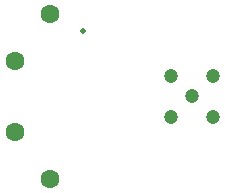
<source format=gbr>
%TF.GenerationSoftware,Altium Limited,Altium Designer,23.10.1 (27)*%
G04 Layer_Color=0*
%FSLAX45Y45*%
%MOMM*%
%TF.SameCoordinates,3B401655-87E5-4DED-8554-5CA7246403C5*%
%TF.FilePolarity,Positive*%
%TF.FileFunction,Plated,1,2,PTH,Drill*%
%TF.Part,Single*%
G01*
G75*
%TA.AperFunction,ComponentDrill*%
%ADD30C,1.60000*%
%ADD31C,1.20000*%
%TA.AperFunction,ViaDrill,NotFilled*%
%ADD32C,0.50000*%
D30*
X1000000Y600000D02*
D03*
X700000Y1000000D02*
D03*
Y1600000D02*
D03*
X1000000Y2000000D02*
D03*
D31*
X2200000Y1300000D02*
D03*
X2025000Y1475000D02*
D03*
Y1125000D02*
D03*
X2375000D02*
D03*
Y1475000D02*
D03*
D32*
X1275000Y1850000D02*
D03*
%TF.MD5,05afb1dee2e823d10eedad02f187d5e0*%
M02*

</source>
